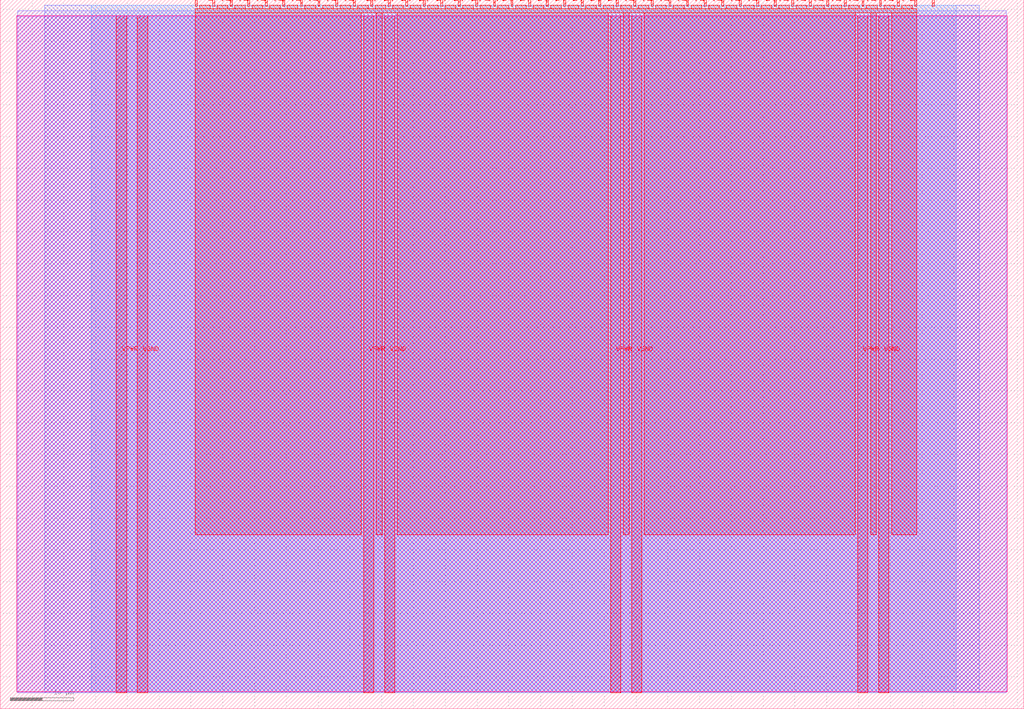
<source format=lef>
VERSION 5.7 ;
  NOWIREEXTENSIONATPIN ON ;
  DIVIDERCHAR "/" ;
  BUSBITCHARS "[]" ;
MACRO tt_um_bit_serial_cpu_top
  CLASS BLOCK ;
  FOREIGN tt_um_bit_serial_cpu_top ;
  ORIGIN 0.000 0.000 ;
  SIZE 161.000 BY 111.520 ;
  PIN VGND
    DIRECTION INOUT ;
    USE GROUND ;
    PORT
      LAYER met4 ;
        RECT 21.580 2.480 23.180 109.040 ;
    END
    PORT
      LAYER met4 ;
        RECT 60.450 2.480 62.050 109.040 ;
    END
    PORT
      LAYER met4 ;
        RECT 99.320 2.480 100.920 109.040 ;
    END
    PORT
      LAYER met4 ;
        RECT 138.190 2.480 139.790 109.040 ;
    END
  END VGND
  PIN VPWR
    DIRECTION INOUT ;
    USE POWER ;
    PORT
      LAYER met4 ;
        RECT 18.280 2.480 19.880 109.040 ;
    END
    PORT
      LAYER met4 ;
        RECT 57.150 2.480 58.750 109.040 ;
    END
    PORT
      LAYER met4 ;
        RECT 96.020 2.480 97.620 109.040 ;
    END
    PORT
      LAYER met4 ;
        RECT 134.890 2.480 136.490 109.040 ;
    END
  END VPWR
  PIN clk
    DIRECTION INPUT ;
    USE SIGNAL ;
    ANTENNAGATEAREA 0.852000 ;
    PORT
      LAYER met4 ;
        RECT 143.830 110.520 144.130 111.520 ;
    END
  END clk
  PIN ena
    DIRECTION INPUT ;
    USE SIGNAL ;
    PORT
      LAYER met4 ;
        RECT 146.590 110.520 146.890 111.520 ;
    END
  END ena
  PIN rst_n
    DIRECTION INPUT ;
    USE SIGNAL ;
    ANTENNAGATEAREA 0.196500 ;
    PORT
      LAYER met4 ;
        RECT 141.070 110.520 141.370 111.520 ;
    END
  END rst_n
  PIN ui_in[0]
    DIRECTION INPUT ;
    USE SIGNAL ;
    ANTENNAGATEAREA 0.196500 ;
    PORT
      LAYER met4 ;
        RECT 138.310 110.520 138.610 111.520 ;
    END
  END ui_in[0]
  PIN ui_in[1]
    DIRECTION INPUT ;
    USE SIGNAL ;
    ANTENNAGATEAREA 0.196500 ;
    PORT
      LAYER met4 ;
        RECT 135.550 110.520 135.850 111.520 ;
    END
  END ui_in[1]
  PIN ui_in[2]
    DIRECTION INPUT ;
    USE SIGNAL ;
    ANTENNAGATEAREA 0.196500 ;
    PORT
      LAYER met4 ;
        RECT 132.790 110.520 133.090 111.520 ;
    END
  END ui_in[2]
  PIN ui_in[3]
    DIRECTION INPUT ;
    USE SIGNAL ;
    ANTENNAGATEAREA 0.196500 ;
    PORT
      LAYER met4 ;
        RECT 130.030 110.520 130.330 111.520 ;
    END
  END ui_in[3]
  PIN ui_in[4]
    DIRECTION INPUT ;
    USE SIGNAL ;
    ANTENNAGATEAREA 0.196500 ;
    PORT
      LAYER met4 ;
        RECT 127.270 110.520 127.570 111.520 ;
    END
  END ui_in[4]
  PIN ui_in[5]
    DIRECTION INPUT ;
    USE SIGNAL ;
    ANTENNAGATEAREA 0.196500 ;
    PORT
      LAYER met4 ;
        RECT 124.510 110.520 124.810 111.520 ;
    END
  END ui_in[5]
  PIN ui_in[6]
    DIRECTION INPUT ;
    USE SIGNAL ;
    ANTENNAGATEAREA 0.196500 ;
    PORT
      LAYER met4 ;
        RECT 121.750 110.520 122.050 111.520 ;
    END
  END ui_in[6]
  PIN ui_in[7]
    DIRECTION INPUT ;
    USE SIGNAL ;
    ANTENNAGATEAREA 0.196500 ;
    PORT
      LAYER met4 ;
        RECT 118.990 110.520 119.290 111.520 ;
    END
  END ui_in[7]
  PIN uio_in[0]
    DIRECTION INPUT ;
    USE SIGNAL ;
    ANTENNAGATEAREA 0.196500 ;
    PORT
      LAYER met4 ;
        RECT 116.230 110.520 116.530 111.520 ;
    END
  END uio_in[0]
  PIN uio_in[1]
    DIRECTION INPUT ;
    USE SIGNAL ;
    PORT
      LAYER met4 ;
        RECT 113.470 110.520 113.770 111.520 ;
    END
  END uio_in[1]
  PIN uio_in[2]
    DIRECTION INPUT ;
    USE SIGNAL ;
    PORT
      LAYER met4 ;
        RECT 110.710 110.520 111.010 111.520 ;
    END
  END uio_in[2]
  PIN uio_in[3]
    DIRECTION INPUT ;
    USE SIGNAL ;
    PORT
      LAYER met4 ;
        RECT 107.950 110.520 108.250 111.520 ;
    END
  END uio_in[3]
  PIN uio_in[4]
    DIRECTION INPUT ;
    USE SIGNAL ;
    PORT
      LAYER met4 ;
        RECT 105.190 110.520 105.490 111.520 ;
    END
  END uio_in[4]
  PIN uio_in[5]
    DIRECTION INPUT ;
    USE SIGNAL ;
    PORT
      LAYER met4 ;
        RECT 102.430 110.520 102.730 111.520 ;
    END
  END uio_in[5]
  PIN uio_in[6]
    DIRECTION INPUT ;
    USE SIGNAL ;
    PORT
      LAYER met4 ;
        RECT 99.670 110.520 99.970 111.520 ;
    END
  END uio_in[6]
  PIN uio_in[7]
    DIRECTION INPUT ;
    USE SIGNAL ;
    PORT
      LAYER met4 ;
        RECT 96.910 110.520 97.210 111.520 ;
    END
  END uio_in[7]
  PIN uio_oe[0]
    DIRECTION OUTPUT ;
    USE SIGNAL ;
    PORT
      LAYER met4 ;
        RECT 49.990 110.520 50.290 111.520 ;
    END
  END uio_oe[0]
  PIN uio_oe[1]
    DIRECTION OUTPUT ;
    USE SIGNAL ;
    PORT
      LAYER met4 ;
        RECT 47.230 110.520 47.530 111.520 ;
    END
  END uio_oe[1]
  PIN uio_oe[2]
    DIRECTION OUTPUT ;
    USE SIGNAL ;
    PORT
      LAYER met4 ;
        RECT 44.470 110.520 44.770 111.520 ;
    END
  END uio_oe[2]
  PIN uio_oe[3]
    DIRECTION OUTPUT ;
    USE SIGNAL ;
    PORT
      LAYER met4 ;
        RECT 41.710 110.520 42.010 111.520 ;
    END
  END uio_oe[3]
  PIN uio_oe[4]
    DIRECTION OUTPUT ;
    USE SIGNAL ;
    PORT
      LAYER met4 ;
        RECT 38.950 110.520 39.250 111.520 ;
    END
  END uio_oe[4]
  PIN uio_oe[5]
    DIRECTION OUTPUT ;
    USE SIGNAL ;
    PORT
      LAYER met4 ;
        RECT 36.190 110.520 36.490 111.520 ;
    END
  END uio_oe[5]
  PIN uio_oe[6]
    DIRECTION OUTPUT ;
    USE SIGNAL ;
    PORT
      LAYER met4 ;
        RECT 33.430 110.520 33.730 111.520 ;
    END
  END uio_oe[6]
  PIN uio_oe[7]
    DIRECTION OUTPUT ;
    USE SIGNAL ;
    PORT
      LAYER met4 ;
        RECT 30.670 110.520 30.970 111.520 ;
    END
  END uio_oe[7]
  PIN uio_out[0]
    DIRECTION OUTPUT ;
    USE SIGNAL ;
    PORT
      LAYER met4 ;
        RECT 72.070 110.520 72.370 111.520 ;
    END
  END uio_out[0]
  PIN uio_out[1]
    DIRECTION OUTPUT ;
    USE SIGNAL ;
    PORT
      LAYER met4 ;
        RECT 69.310 110.520 69.610 111.520 ;
    END
  END uio_out[1]
  PIN uio_out[2]
    DIRECTION OUTPUT ;
    USE SIGNAL ;
    PORT
      LAYER met4 ;
        RECT 66.550 110.520 66.850 111.520 ;
    END
  END uio_out[2]
  PIN uio_out[3]
    DIRECTION OUTPUT ;
    USE SIGNAL ;
    PORT
      LAYER met4 ;
        RECT 63.790 110.520 64.090 111.520 ;
    END
  END uio_out[3]
  PIN uio_out[4]
    DIRECTION OUTPUT ;
    USE SIGNAL ;
    PORT
      LAYER met4 ;
        RECT 61.030 110.520 61.330 111.520 ;
    END
  END uio_out[4]
  PIN uio_out[5]
    DIRECTION OUTPUT ;
    USE SIGNAL ;
    PORT
      LAYER met4 ;
        RECT 58.270 110.520 58.570 111.520 ;
    END
  END uio_out[5]
  PIN uio_out[6]
    DIRECTION OUTPUT ;
    USE SIGNAL ;
    PORT
      LAYER met4 ;
        RECT 55.510 110.520 55.810 111.520 ;
    END
  END uio_out[6]
  PIN uio_out[7]
    DIRECTION OUTPUT ;
    USE SIGNAL ;
    PORT
      LAYER met4 ;
        RECT 52.750 110.520 53.050 111.520 ;
    END
  END uio_out[7]
  PIN uo_out[0]
    DIRECTION OUTPUT ;
    USE SIGNAL ;
    ANTENNAGATEAREA 0.126000 ;
    ANTENNADIFFAREA 0.445500 ;
    PORT
      LAYER met4 ;
        RECT 94.150 110.520 94.450 111.520 ;
    END
  END uo_out[0]
  PIN uo_out[1]
    DIRECTION OUTPUT ;
    USE SIGNAL ;
    ANTENNAGATEAREA 0.126000 ;
    ANTENNADIFFAREA 0.445500 ;
    PORT
      LAYER met4 ;
        RECT 91.390 110.520 91.690 111.520 ;
    END
  END uo_out[1]
  PIN uo_out[2]
    DIRECTION OUTPUT ;
    USE SIGNAL ;
    ANTENNAGATEAREA 0.126000 ;
    ANTENNADIFFAREA 0.445500 ;
    PORT
      LAYER met4 ;
        RECT 88.630 110.520 88.930 111.520 ;
    END
  END uo_out[2]
  PIN uo_out[3]
    DIRECTION OUTPUT ;
    USE SIGNAL ;
    ANTENNAGATEAREA 0.126000 ;
    ANTENNADIFFAREA 0.445500 ;
    PORT
      LAYER met4 ;
        RECT 85.870 110.520 86.170 111.520 ;
    END
  END uo_out[3]
  PIN uo_out[4]
    DIRECTION OUTPUT ;
    USE SIGNAL ;
    ANTENNAGATEAREA 0.126000 ;
    ANTENNADIFFAREA 0.445500 ;
    PORT
      LAYER met4 ;
        RECT 83.110 110.520 83.410 111.520 ;
    END
  END uo_out[4]
  PIN uo_out[5]
    DIRECTION OUTPUT ;
    USE SIGNAL ;
    ANTENNAGATEAREA 0.126000 ;
    ANTENNADIFFAREA 0.445500 ;
    PORT
      LAYER met4 ;
        RECT 80.350 110.520 80.650 111.520 ;
    END
  END uo_out[5]
  PIN uo_out[6]
    DIRECTION OUTPUT ;
    USE SIGNAL ;
    ANTENNAGATEAREA 0.126000 ;
    ANTENNADIFFAREA 0.445500 ;
    PORT
      LAYER met4 ;
        RECT 77.590 110.520 77.890 111.520 ;
    END
  END uo_out[6]
  PIN uo_out[7]
    DIRECTION OUTPUT ;
    USE SIGNAL ;
    ANTENNAGATEAREA 0.126000 ;
    ANTENNADIFFAREA 0.445500 ;
    PORT
      LAYER met4 ;
        RECT 74.830 110.520 75.130 111.520 ;
    END
  END uo_out[7]
  OBS
      LAYER nwell ;
        RECT 2.570 2.635 158.430 108.990 ;
      LAYER li1 ;
        RECT 2.760 2.635 158.240 108.885 ;
      LAYER met1 ;
        RECT 2.760 2.480 158.240 109.780 ;
      LAYER met2 ;
        RECT 7.000 2.535 154.000 110.685 ;
      LAYER met3 ;
        RECT 14.325 2.555 150.355 110.665 ;
      LAYER met4 ;
        RECT 31.370 110.120 33.030 110.665 ;
        RECT 34.130 110.120 35.790 110.665 ;
        RECT 36.890 110.120 38.550 110.665 ;
        RECT 39.650 110.120 41.310 110.665 ;
        RECT 42.410 110.120 44.070 110.665 ;
        RECT 45.170 110.120 46.830 110.665 ;
        RECT 47.930 110.120 49.590 110.665 ;
        RECT 50.690 110.120 52.350 110.665 ;
        RECT 53.450 110.120 55.110 110.665 ;
        RECT 56.210 110.120 57.870 110.665 ;
        RECT 58.970 110.120 60.630 110.665 ;
        RECT 61.730 110.120 63.390 110.665 ;
        RECT 64.490 110.120 66.150 110.665 ;
        RECT 67.250 110.120 68.910 110.665 ;
        RECT 70.010 110.120 71.670 110.665 ;
        RECT 72.770 110.120 74.430 110.665 ;
        RECT 75.530 110.120 77.190 110.665 ;
        RECT 78.290 110.120 79.950 110.665 ;
        RECT 81.050 110.120 82.710 110.665 ;
        RECT 83.810 110.120 85.470 110.665 ;
        RECT 86.570 110.120 88.230 110.665 ;
        RECT 89.330 110.120 90.990 110.665 ;
        RECT 92.090 110.120 93.750 110.665 ;
        RECT 94.850 110.120 96.510 110.665 ;
        RECT 97.610 110.120 99.270 110.665 ;
        RECT 100.370 110.120 102.030 110.665 ;
        RECT 103.130 110.120 104.790 110.665 ;
        RECT 105.890 110.120 107.550 110.665 ;
        RECT 108.650 110.120 110.310 110.665 ;
        RECT 111.410 110.120 113.070 110.665 ;
        RECT 114.170 110.120 115.830 110.665 ;
        RECT 116.930 110.120 118.590 110.665 ;
        RECT 119.690 110.120 121.350 110.665 ;
        RECT 122.450 110.120 124.110 110.665 ;
        RECT 125.210 110.120 126.870 110.665 ;
        RECT 127.970 110.120 129.630 110.665 ;
        RECT 130.730 110.120 132.390 110.665 ;
        RECT 133.490 110.120 135.150 110.665 ;
        RECT 136.250 110.120 137.910 110.665 ;
        RECT 139.010 110.120 140.670 110.665 ;
        RECT 141.770 110.120 143.430 110.665 ;
        RECT 30.655 109.440 144.145 110.120 ;
        RECT 30.655 27.375 56.750 109.440 ;
        RECT 59.150 27.375 60.050 109.440 ;
        RECT 62.450 27.375 95.620 109.440 ;
        RECT 98.020 27.375 98.920 109.440 ;
        RECT 101.320 27.375 134.490 109.440 ;
        RECT 136.890 27.375 137.790 109.440 ;
        RECT 140.190 27.375 144.145 109.440 ;
  END
END tt_um_bit_serial_cpu_top
END LIBRARY


</source>
